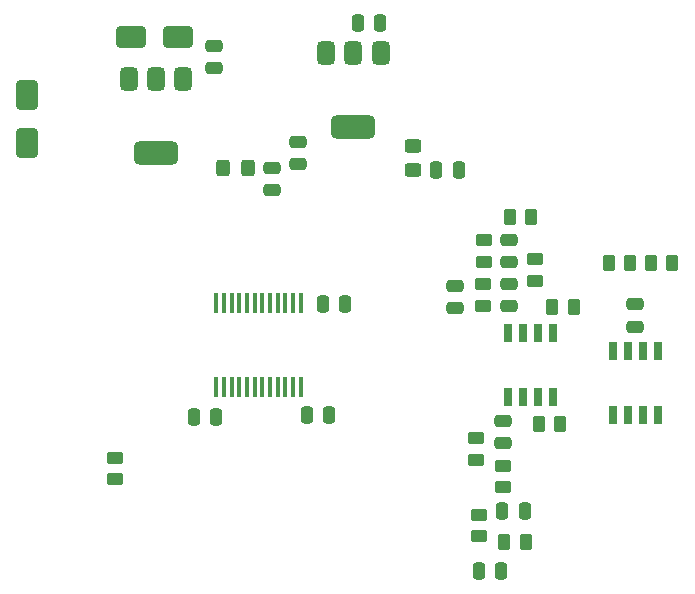
<source format=gbr>
%TF.GenerationSoftware,KiCad,Pcbnew,8.0.0*%
%TF.CreationDate,2024-09-30T13:32:15+02:00*%
%TF.ProjectId,guitar-effect,67756974-6172-42d6-9566-666563742e6b,rev?*%
%TF.SameCoordinates,Original*%
%TF.FileFunction,Paste,Top*%
%TF.FilePolarity,Positive*%
%FSLAX46Y46*%
G04 Gerber Fmt 4.6, Leading zero omitted, Abs format (unit mm)*
G04 Created by KiCad (PCBNEW 8.0.0) date 2024-09-30 13:32:15*
%MOMM*%
%LPD*%
G01*
G04 APERTURE LIST*
G04 Aperture macros list*
%AMRoundRect*
0 Rectangle with rounded corners*
0 $1 Rounding radius*
0 $2 $3 $4 $5 $6 $7 $8 $9 X,Y pos of 4 corners*
0 Add a 4 corners polygon primitive as box body*
4,1,4,$2,$3,$4,$5,$6,$7,$8,$9,$2,$3,0*
0 Add four circle primitives for the rounded corners*
1,1,$1+$1,$2,$3*
1,1,$1+$1,$4,$5*
1,1,$1+$1,$6,$7*
1,1,$1+$1,$8,$9*
0 Add four rect primitives between the rounded corners*
20,1,$1+$1,$2,$3,$4,$5,0*
20,1,$1+$1,$4,$5,$6,$7,0*
20,1,$1+$1,$6,$7,$8,$9,0*
20,1,$1+$1,$8,$9,$2,$3,0*%
G04 Aperture macros list end*
%ADD10RoundRect,0.250000X-1.000000X-0.650000X1.000000X-0.650000X1.000000X0.650000X-1.000000X0.650000X0*%
%ADD11RoundRect,0.250000X-0.450000X0.325000X-0.450000X-0.325000X0.450000X-0.325000X0.450000X0.325000X0*%
%ADD12RoundRect,0.250000X-0.250000X-0.475000X0.250000X-0.475000X0.250000X0.475000X-0.250000X0.475000X0*%
%ADD13R,0.650000X1.500000*%
%ADD14RoundRect,0.250000X-0.450000X0.262500X-0.450000X-0.262500X0.450000X-0.262500X0.450000X0.262500X0*%
%ADD15RoundRect,0.250000X-0.262500X-0.450000X0.262500X-0.450000X0.262500X0.450000X-0.262500X0.450000X0*%
%ADD16RoundRect,0.250000X-0.475000X0.250000X-0.475000X-0.250000X0.475000X-0.250000X0.475000X0.250000X0*%
%ADD17RoundRect,0.250000X0.262500X0.450000X-0.262500X0.450000X-0.262500X-0.450000X0.262500X-0.450000X0*%
%ADD18RoundRect,0.375000X-0.375000X0.625000X-0.375000X-0.625000X0.375000X-0.625000X0.375000X0.625000X0*%
%ADD19RoundRect,0.500000X-1.400000X0.500000X-1.400000X-0.500000X1.400000X-0.500000X1.400000X0.500000X0*%
%ADD20RoundRect,0.250000X0.250000X0.475000X-0.250000X0.475000X-0.250000X-0.475000X0.250000X-0.475000X0*%
%ADD21R,0.450000X1.800000*%
%ADD22RoundRect,0.250000X0.450000X-0.262500X0.450000X0.262500X-0.450000X0.262500X-0.450000X-0.262500X0*%
%ADD23RoundRect,0.250000X-0.325000X-0.450000X0.325000X-0.450000X0.325000X0.450000X-0.325000X0.450000X0*%
%ADD24RoundRect,0.250000X0.475000X-0.250000X0.475000X0.250000X-0.475000X0.250000X-0.475000X-0.250000X0*%
%ADD25RoundRect,0.250000X-0.650000X1.000000X-0.650000X-1.000000X0.650000X-1.000000X0.650000X1.000000X0*%
G04 APERTURE END LIST*
D10*
%TO.C,D1*%
X152554900Y-66751700D03*
X148554900Y-66751700D03*
%TD*%
D11*
%TO.C,L2*%
X172500000Y-78025000D03*
X172500000Y-75975000D03*
%TD*%
D12*
%TO.C,C4*%
X169696000Y-65576800D03*
X167796000Y-65576800D03*
%TD*%
D13*
%TO.C,IC4*%
X180503300Y-91866700D03*
X181773300Y-91866700D03*
X183043300Y-91866700D03*
X184313300Y-91866700D03*
X184313300Y-97266700D03*
X183043300Y-97266700D03*
X181773300Y-97266700D03*
X180503300Y-97266700D03*
%TD*%
D14*
%TO.C,R9*%
X177836300Y-102538500D03*
X177836300Y-100713500D03*
%TD*%
D15*
%TO.C,R4*%
X182000000Y-109500000D03*
X180175000Y-109500000D03*
%TD*%
D16*
%TO.C,C5*%
X162700000Y-77550000D03*
X162700000Y-75650000D03*
%TD*%
D17*
%TO.C,R14*%
X183121400Y-99545100D03*
X184946400Y-99545100D03*
%TD*%
D15*
%TO.C,R17*%
X194432700Y-85881800D03*
X192607700Y-85881800D03*
%TD*%
D18*
%TO.C,U1*%
X148400000Y-70300000D03*
D19*
X150700000Y-76600000D03*
D18*
X150700000Y-70300000D03*
X153000000Y-70300000D03*
%TD*%
D20*
%TO.C,C6*%
X153884299Y-98965801D03*
X155784299Y-98965801D03*
%TD*%
D12*
%TO.C,C2*%
X166748400Y-89358499D03*
X164848400Y-89358499D03*
%TD*%
%TO.C,C1*%
X165364599Y-98762601D03*
X163464599Y-98762601D03*
%TD*%
D16*
%TO.C,C3*%
X155627600Y-69421600D03*
X155627600Y-67521600D03*
%TD*%
D21*
%TO.C,IC1*%
X162960399Y-96419801D03*
X162310399Y-96419801D03*
X161660399Y-96419801D03*
X161010399Y-96419801D03*
X160360399Y-96419801D03*
X159710399Y-96419801D03*
X159060399Y-96419801D03*
X158410399Y-96419801D03*
X157760399Y-96419801D03*
X157110399Y-96419801D03*
X156460399Y-96419801D03*
X155810399Y-96419801D03*
X155810399Y-89319801D03*
X156460399Y-89319801D03*
X157110399Y-89319801D03*
X157760399Y-89319801D03*
X158410399Y-89319801D03*
X159060399Y-89319801D03*
X159710399Y-89319801D03*
X160360399Y-89319801D03*
X161010399Y-89319801D03*
X161660399Y-89319801D03*
X162310399Y-89319801D03*
X162960399Y-89319801D03*
%TD*%
D18*
%TO.C,U2*%
X165125200Y-68116400D03*
D19*
X167425200Y-74416400D03*
D18*
X167425200Y-68116400D03*
X169725200Y-68116400D03*
%TD*%
D22*
%TO.C,R8*%
X178379900Y-87710600D03*
X178379900Y-89535600D03*
%TD*%
D16*
%TO.C,C11*%
X175992300Y-89725500D03*
X175992300Y-87825500D03*
%TD*%
D22*
%TO.C,R11*%
X180122300Y-103050300D03*
X180122300Y-104875300D03*
%TD*%
D14*
%TO.C,R6*%
X178450000Y-85812500D03*
X178450000Y-83987500D03*
%TD*%
D15*
%TO.C,R3*%
X182462500Y-82000000D03*
X180637500Y-82000000D03*
%TD*%
D23*
%TO.C,L1*%
X158470587Y-77855376D03*
X156420587Y-77855376D03*
%TD*%
D16*
%TO.C,C7*%
X160486087Y-79747976D03*
X160486087Y-77847976D03*
%TD*%
%TO.C,C18*%
X180564300Y-89573100D03*
X180564300Y-87673100D03*
%TD*%
D22*
%TO.C,R7*%
X178024300Y-107217800D03*
X178024300Y-109042800D03*
%TD*%
D24*
%TO.C,C19*%
X180107100Y-99255500D03*
X180107100Y-101155500D03*
%TD*%
D16*
%TO.C,C16*%
X180600000Y-85850000D03*
X180600000Y-83950000D03*
%TD*%
D12*
%TO.C,C12*%
X179950000Y-112000000D03*
X178050000Y-112000000D03*
%TD*%
D25*
%TO.C,D2*%
X139800000Y-75700000D03*
X139800000Y-71700000D03*
%TD*%
D20*
%TO.C,C17*%
X180020700Y-106860300D03*
X181920700Y-106860300D03*
%TD*%
D15*
%TO.C,R16*%
X190876700Y-85881800D03*
X189051700Y-85881800D03*
%TD*%
D24*
%TO.C,C25*%
X191300000Y-89400000D03*
X191300000Y-91300000D03*
%TD*%
D14*
%TO.C,R10*%
X182799500Y-87402000D03*
X182799500Y-85577000D03*
%TD*%
D12*
%TO.C,C8*%
X176350000Y-78000000D03*
X174450000Y-78000000D03*
%TD*%
D17*
%TO.C,R13*%
X184274600Y-89639100D03*
X186099600Y-89639100D03*
%TD*%
D13*
%TO.C,IC5*%
X189378100Y-93390700D03*
X190648100Y-93390700D03*
X191918100Y-93390700D03*
X193188100Y-93390700D03*
X193188100Y-98790700D03*
X191918100Y-98790700D03*
X190648100Y-98790700D03*
X189378100Y-98790700D03*
%TD*%
D22*
%TO.C,R1*%
X147250000Y-102387500D03*
X147250000Y-104212500D03*
%TD*%
M02*

</source>
